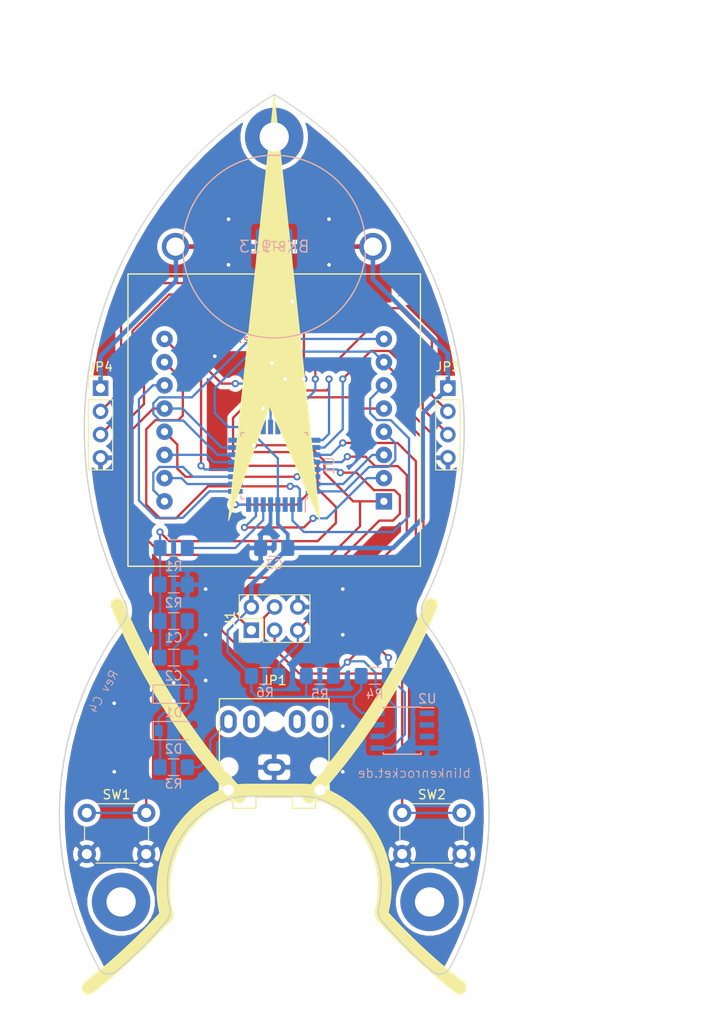
<source format=kicad_pcb>
(kicad_pcb (version 20171130) (host pcbnew 5.1.0)
  (layers (0 F.Cu signal) (31 B.Cu signal) (34 B.Paste user) (35 F.Paste user) (36 B.SilkS user) (37 F.SilkS user) (38 B.Mask user) (39 F.Mask user) (44 Edge.Cuts user))
  (net 0 "")
  (net 1 GND)
  (net 2 "Net-(C1-Pad2)")
  (net 3 VCC)
  (net 4 /AVR_AUDIO_IN)
  (net 5 /RESET)
  (net 6 /MOSI)
  (net 7 /MISO)
  (net 8 /TRIG2)
  (net 9 /E2)
  (net 10 /E1)
  (net 11 /E4)
  (net 12 /E3)
  (net 13 "Net-(JP1-Pad3)")
  (net 14 /B1)
  (net 15 /B2)
  (net 16 /R6)
  (net 17 /R1)
  (net 18 /R3)
  (net 19 /C4)
  (net 20 /C6)
  (net 21 /C5)
  (net 22 /R8)
  (net 23 /C1)
  (net 24 /C3)
  (net 25 /R2)
  (net 26 /C2)
  (net 27 /C7)
  (net 28 /R7)
  (net 29 /C8)
  (net 30 /SCL)
  (net 31 /SDA)
  (module Capacitor_SMD:C_1206_3216Metric_Pad1.42x1.75mm_HandSolder (layer B.Cu) (at 125 103)
    (fp_text reference C3 (at 0 1.82) (layer B.SilkS) (effects (justify mirror)))
    (fp_text value "470 nF")
    (pad 2 smd roundrect (at 1.4875 0) (size 1.425 1.75) (layers B.Cu B.Paste B.Mask) (roundrect_rratio 0.175439) (net 3 VCC))
    (pad 1 smd roundrect (at -1.4875 0) (size 1.425 1.75) (layers B.Cu B.Paste B.Mask) (roundrect_rratio 0.175439) (net 1 GND))
  )
  (module Resistor_SMD:R_1206_3216Metric_Pad1.42x1.75mm_HandSolder (layer B.Cu) (at 124 117)
    (fp_text reference R6 (at 0 1.82) (layer B.SilkS) (effects (justify mirror)))
    (fp_text value 10k)
    (pad 2 smd roundrect (at 1.4875 0) (size 1.425 1.75) (layers B.Cu B.Paste B.Mask) (roundrect_rratio 0.175439) (net 5 /RESET))
    (pad 1 smd roundrect (at -1.4875 0) (size 1.425 1.75) (layers B.Cu B.Paste B.Mask) (roundrect_rratio 0.175439) (net 3 VCC))
  )
  (module Resistor_SMD:R_1206_3216Metric_Pad1.42x1.75mm_HandSolder (layer B.Cu) (at 130 117 180)
    (fp_text reference R5 (at 0 -2 180) (layer B.SilkS) (effects (justify mirror)))
    (fp_text value 10k)
    (pad 2 smd roundrect (at 1.4875 0 180) (size 1.425 1.75) (layers B.Cu B.Paste B.Mask) (roundrect_rratio 0.175439) (net 3 VCC))
    (pad 1 smd roundrect (at -1.4875 0 180) (size 1.425 1.75) (layers B.Cu B.Paste B.Mask) (roundrect_rratio 0.175439) (net 30 /SCL))
  )
  (module Resistor_SMD:R_1206_3216Metric_Pad1.42x1.75mm_HandSolder (layer B.Cu) (at 136 117 180)
    (fp_text reference R4 (at 0 -2 180) (layer B.SilkS) (effects (justify mirror)))
    (fp_text value 10k)
    (pad 2 smd roundrect (at 1.4875 0 180) (size 1.425 1.75) (layers B.Cu B.Paste B.Mask) (roundrect_rratio 0.175439) (net 3 VCC))
    (pad 1 smd roundrect (at -1.4875 0 180) (size 1.425 1.75) (layers B.Cu B.Paste B.Mask) (roundrect_rratio 0.175439) (net 31 /SDA))
  )
  (module Resistor_SMD:R_1206_3216Metric_Pad1.42x1.75mm_HandSolder (layer B.Cu) (at 114 127)
    (fp_text reference R3 (at 0 1.82) (layer B.SilkS) (effects (justify mirror)))
    (fp_text value 16)
    (pad 2 smd roundrect (at 1.4875 0) (size 1.425 1.75) (layers B.Cu B.Paste B.Mask) (roundrect_rratio 0.175439) (net 13 "Net-(JP1-Pad3)"))
    (pad 1 smd roundrect (at -1.4875 0) (size 1.425 1.75) (layers B.Cu B.Paste B.Mask) (roundrect_rratio 0.175439) (net 2 "Net-(C1-Pad2)"))
  )
  (module Resistor_SMD:R_1206_3216Metric_Pad1.42x1.75mm_HandSolder (layer B.Cu) (at 114 107 180)
    (fp_text reference R2 (at 0 -2 180) (layer B.SilkS) (effects (justify mirror)))
    (fp_text value 6k2)
    (pad 2 smd roundrect (at 1.4875 0 180) (size 1.425 1.75) (layers B.Cu B.Paste B.Mask) (roundrect_rratio 0.175439) (net 4 /AVR_AUDIO_IN))
    (pad 1 smd roundrect (at -1.4875 0 180) (size 1.425 1.75) (layers B.Cu B.Paste B.Mask) (roundrect_rratio 0.175439) (net 1 GND))
  )
  (module Resistor_SMD:R_1206_3216Metric_Pad1.42x1.75mm_HandSolder (layer B.Cu) (at 114 103)
    (fp_text reference R1 (at 0 2) (layer B.SilkS) (effects (justify mirror)))
    (fp_text value 8k2)
    (pad 2 smd roundrect (at 1.4875 0) (size 1.425 1.75) (layers B.Cu B.Paste B.Mask) (roundrect_rratio 0.175439) (net 8 /TRIG2))
    (pad 1 smd roundrect (at -1.4875 0) (size 1.425 1.75) (layers B.Cu B.Paste B.Mask) (roundrect_rratio 0.175439) (net 4 /AVR_AUDIO_IN))
  )
  (module Capacitor_SMD:C_1206_3216Metric_Pad1.42x1.75mm_HandSolder (layer B.Cu) (at 114 115 180)
    (fp_text reference C2 (at 0 -2 180) (layer B.SilkS) (effects (justify mirror)))
    (fp_text value "470 nF")
    (pad 2 smd roundrect (at 1.4875 0 180) (size 1.425 1.75) (layers B.Cu B.Paste B.Mask) (roundrect_rratio 0.175439) (net 4 /AVR_AUDIO_IN))
    (pad 1 smd roundrect (at -1.4875 0 180) (size 1.425 1.75) (layers B.Cu B.Paste B.Mask) (roundrect_rratio 0.175439) (net 1 GND))
  )
  (module Capacitor_SMD:C_1206_3216Metric_Pad1.42x1.75mm_HandSolder (layer B.Cu) (at 114 111)
    (fp_text reference C1 (at 0 1.82) (layer B.SilkS) (effects (justify mirror)))
    (fp_text value "10 uF")
    (pad 2 smd roundrect (at 1.4875 0) (size 1.425 1.75) (layers B.Cu B.Paste B.Mask) (roundrect_rratio 0.175439) (net 2 "Net-(C1-Pad2)"))
    (pad 1 smd roundrect (at -1.4875 0) (size 1.425 1.75) (layers B.Cu B.Paste B.Mask) (roundrect_rratio 0.175439) (net 4 /AVR_AUDIO_IN))
  )
  (module Package_SO:SOIC-8_3.9x4.9mm_P1.27mm (layer B.Cu) (at 139 123 180)
    (fp_text reference U2 (at -2.75 3.5 180) (layer B.SilkS) (effects (justify mirror)))
    (fp_text value 24CW640-I_SN)
    (pad 8 smd rect (at 2.7 1.905 180) (size 1.55 0.6) (layers B.Cu B.Paste B.Mask) (net 3 VCC))
    (pad 7 smd rect (at 2.7 0.635 180) (size 1.55 0.6) (layers B.Cu B.Paste B.Mask))
    (pad 6 smd rect (at 2.7 -0.635 180) (size 1.55 0.6) (layers B.Cu B.Paste B.Mask) (net 30 /SCL))
    (pad 5 smd rect (at 2.7 -1.905 180) (size 1.55 0.6) (layers B.Cu B.Paste B.Mask) (net 31 /SDA))
    (pad 4 smd rect (at -2.7 -1.905 180) (size 1.55 0.6) (layers B.Cu B.Paste B.Mask) (net 1 GND))
    (pad 3 smd rect (at -2.7 -0.635 180) (size 1.55 0.6) (layers B.Cu B.Paste B.Mask))
    (pad 2 smd rect (at -2.7 0.635 180) (size 1.55 0.6) (layers B.Cu B.Paste B.Mask))
    (pad 1 smd rect (at -2.7 1.905 180) (size 1.55 0.6) (layers B.Cu B.Paste B.Mask))
  )
  (module MountingHole:MountingHole_3.2mm_M3_Pad (layer F.Cu) (at 142 141.75)
    (fp_text reference H3 hide)
    (fp_text value MountingHole)
    (pad 1 thru_hole circle (at 0 0) (size 6.4 6.4) (drill 3.2) (layers *.Cu *.Mask))
  )
  (module MountingHole:MountingHole_3.2mm_M3_Pad (layer F.Cu) (at 108.25 141.75)
    (fp_text reference H2 hide)
    (fp_text value MountingHole)
    (pad 1 thru_hole circle (at 0 0) (size 6.4 6.4) (drill 3.2) (layers *.Cu *.Mask))
  )
  (module footprints:LED_KWM-30881XVB_8x8_3mm_3.2x3.2mm (layer F.Cu) (at 125 89 180)
    (fp_text reference LED1 (at 0 9.5 180) (layer F.SilkS))
    (fp_text value LED_Matrix_8x8 hide)
    (pad 9 thru_hole circle (at 12 8.89 180) (size 1.8 1.8) (drill 0.8) (layers *.Cu *.Mask) (net 17 /R1))
    (pad 8 thru_hole circle (at -12 8.89 180) (size 1.8 1.8) (drill 0.8) (layers *.Cu *.Mask) (net 18 /R3))
    (pad 10 thru_hole circle (at 12 6.35 180) (size 1.8 1.8) (drill 0.8) (layers *.Cu *.Mask) (net 19 /C4))
    (pad 7 thru_hole circle (at -12 6.35 180) (size 1.8 1.8) (drill 0.8) (layers *.Cu *.Mask) (net 16 /R6))
    (pad 11 thru_hole circle (at 12 3.81 180) (size 1.8 1.8) (drill 0.8) (layers *.Cu *.Mask) (net 20 /C6))
    (pad 6 thru_hole circle (at -12 3.81 180) (size 1.8 1.8) (drill 0.8) (layers *.Cu *.Mask) (net 21 /C5))
    (pad 12 thru_hole circle (at 12 1.27 180) (size 1.8 1.8) (drill 0.8) (layers *.Cu *.Mask) (net 6 /MOSI))
    (pad 5 thru_hole circle (at -12 1.27 180) (size 1.8 1.8) (drill 0.8) (layers *.Cu *.Mask) (net 22 /R8))
    (pad 13 thru_hole circle (at 12 -1.27 180) (size 1.8 1.8) (drill 0.8) (layers *.Cu *.Mask) (net 23 /C1))
    (pad 4 thru_hole circle (at -12 -1.27 180) (size 1.8 1.8) (drill 0.8) (layers *.Cu *.Mask) (net 24 /C3))
    (pad 14 thru_hole circle (at 12 -3.81 180) (size 1.8 1.8) (drill 0.8) (layers *.Cu *.Mask) (net 25 /R2))
    (pad 3 thru_hole circle (at -12 -3.81 180) (size 1.8 1.8) (drill 0.8) (layers *.Cu *.Mask) (net 26 /C2))
    (pad 15 thru_hole circle (at 12 -6.35 180) (size 1.8 1.8) (drill 0.8) (layers *.Cu *.Mask) (net 27 /C7))
    (pad 2 thru_hole circle (at -12 -6.35 180) (size 1.8 1.8) (drill 0.8) (layers *.Cu *.Mask) (net 28 /R7))
    (pad 16 thru_hole circle (at 12 -8.89 180) (size 1.8 1.8) (drill 0.8) (layers *.Cu *.Mask) (net 29 /C8))
    (pad 1 thru_hole rect (at -12 -8.89 180) (size 1.8 1.8) (drill 0.8) (layers *.Cu *.Mask) (net 7 /MISO))
  )
  (module MountingHole:MountingHole_3.2mm_M3_Pad (layer F.Cu) (at 125 58)
    (fp_text reference H1 hide)
    (fp_text value MountingHole)
    (pad 1 thru_hole circle (at 0 0) (size 6.4 6.4) (drill 3.2) (layers *.Cu *.Mask))
  )
  (module Button_Switch_THT:SW_PUSH_6mm_H5mm (layer F.Cu) (at 139 132)
    (fp_text reference SW2 (at 3.25 -2) (layer F.SilkS))
    (fp_text value SW_SPST)
    (pad 1 thru_hole circle (at 6.5 0 90) (size 2 2) (drill 1.1) (layers *.Cu *.Mask) (net 15 /B2))
    (pad 2 thru_hole circle (at 6.5 4.5 90) (size 2 2) (drill 1.1) (layers *.Cu *.Mask) (net 1 GND))
    (pad 1 thru_hole circle (at 0 0 90) (size 2 2) (drill 1.1) (layers *.Cu *.Mask) (net 15 /B2))
    (pad 2 thru_hole circle (at 0 4.5 90) (size 2 2) (drill 1.1) (layers *.Cu *.Mask) (net 1 GND))
  )
  (module Button_Switch_THT:SW_PUSH_6mm_H5mm (layer F.Cu) (at 104.5 132)
    (fp_text reference SW1 (at 3.25 -2) (layer F.SilkS))
    (fp_text value SW_SPST)
    (pad 1 thru_hole circle (at 6.5 0 90) (size 2 2) (drill 1.1) (layers *.Cu *.Mask) (net 14 /B1))
    (pad 2 thru_hole circle (at 6.5 4.5 90) (size 2 2) (drill 1.1) (layers *.Cu *.Mask) (net 1 GND))
    (pad 1 thru_hole circle (at 0 0 90) (size 2 2) (drill 1.1) (layers *.Cu *.Mask) (net 14 /B1))
    (pad 2 thru_hole circle (at 0 4.5 90) (size 2 2) (drill 1.1) (layers *.Cu *.Mask) (net 1 GND))
  )
  (module footprints:Jack_3.5mm_CUI_SJ1-3523N_Horizontal (layer F.Cu) (at 125 127 180)
    (fp_text reference JP1 (at 0 9.5 180) (layer F.SilkS))
    (fp_text value SJ1-3523N hide)
    (pad "" np_thru_hole circle (at 5 -2.5 180) (size 1.2 1.2) (drill 1.2) (layers *.Cu *.Mask))
    (pad "" np_thru_hole circle (at -5 -2.5 180) (size 1.2 1.2) (drill 1.2) (layers *.Cu *.Mask))
    (pad "" np_thru_hole circle (at 5 0 180) (size 1.2 1.2) (drill 1.2) (layers *.Cu *.Mask))
    (pad "" np_thru_hole circle (at -5 0 180) (size 1.2 1.2) (drill 1.2) (layers *.Cu *.Mask))
    (pad "" np_thru_hole circle (at 0 5 180) (size 1.2 1.2) (drill 1.2) (layers *.Cu *.Mask))
    (pad 11 thru_hole roundrect (at 2.5 5 180) (size 1.8 2.5) (drill oval 0.8 1.5) (layers *.Cu *.Mask) (roundrect_rratio 0.5))
    (pad 10 thru_hole roundrect (at -2.5 5 180) (size 1.8 2.5) (drill oval 0.8 1.5) (layers *.Cu *.Mask) (roundrect_rratio 0.5))
    (pad 3 thru_hole roundrect (at 5 5 180) (size 1.8 2.5) (drill oval 0.9 1.5) (layers *.Cu *.Mask) (roundrect_rratio 0.5) (net 13 "Net-(JP1-Pad3)"))
    (pad 2 thru_hole roundrect (at -5 5 180) (size 1.8 2.5) (drill oval 0.8 1.5) (layers *.Cu *.Mask) (roundrect_rratio 0.5))
    (pad 1 thru_hole roundrect (at 0 0 180) (size 2.5 1.8) (drill oval 1.5 0.8) (layers *.Cu *.Mask) (roundrect_rratio 0.5) (net 1 GND))
  )
  (module Connector_PinHeader_2.54mm:PinHeader_1x04_P2.54mm_Vertical (layer F.Cu) (at 106 85.5)
    (fp_text reference JP4 (at 0 -2.33) (layer F.SilkS))
    (fp_text value Conn_01x04)
    (pad 4 thru_hole oval (at 0 7.62) (size 1.7 1.7) (drill 1) (layers *.Cu *.Mask) (net 1 GND))
    (pad 3 thru_hole oval (at 0 5.08) (size 1.7 1.7) (drill 1) (layers *.Cu *.Mask) (net 11 /E4))
    (pad 2 thru_hole oval (at 0 2.54) (size 1.7 1.7) (drill 1) (layers *.Cu *.Mask) (net 12 /E3))
    (pad 1 thru_hole rect (at 0 0) (size 1.7 1.7) (drill 1) (layers *.Cu *.Mask) (net 3 VCC))
  )
  (module Connector_PinHeader_2.54mm:PinHeader_1x04_P2.54mm_Vertical (layer F.Cu) (at 144 85.5)
    (fp_text reference JP3 (at 0 -2.33) (layer F.SilkS))
    (fp_text value Conn_01x04)
    (pad 4 thru_hole oval (at 0 7.62) (size 1.7 1.7) (drill 1) (layers *.Cu *.Mask) (net 1 GND))
    (pad 3 thru_hole oval (at 0 5.08) (size 1.7 1.7) (drill 1) (layers *.Cu *.Mask) (net 9 /E2))
    (pad 2 thru_hole oval (at 0 2.54) (size 1.7 1.7) (drill 1) (layers *.Cu *.Mask) (net 10 /E1))
    (pad 1 thru_hole rect (at 0 0) (size 1.7 1.7) (drill 1) (layers *.Cu *.Mask) (net 3 VCC))
  )
  (module Connector_PinHeader_2.54mm:PinHeader_2x03_P2.54mm_Vertical (layer F.Cu) (at 122.5 112 90)
    (fp_text reference J1 (at 1.27 -2.33 90) (layer F.SilkS))
    (fp_text value ISP)
    (pad 6 thru_hole oval (at 2.54 5.08 90) (size 1.7 1.7) (drill 1) (layers *.Cu *.Mask) (net 1 GND))
    (pad 5 thru_hole oval (at 0 5.08 90) (size 1.7 1.7) (drill 1) (layers *.Cu *.Mask) (net 5 /RESET))
    (pad 4 thru_hole oval (at 2.54 2.54 90) (size 1.7 1.7) (drill 1) (layers *.Cu *.Mask) (net 6 /MOSI))
    (pad 3 thru_hole oval (at 0 2.54 90) (size 1.7 1.7) (drill 1) (layers *.Cu *.Mask) (net 16 /R6))
    (pad 2 thru_hole oval (at 2.54 0 90) (size 1.7 1.7) (drill 1) (layers *.Cu *.Mask) (net 3 VCC))
    (pad 1 thru_hole rect (at 0 0 90) (size 1.7 1.7) (drill 1) (layers *.Cu *.Mask) (net 7 /MISO))
  )
  (module Diode_SMD:D_SOD-123 (layer B.Cu) (at 114 123)
    (fp_text reference D2 (at 0 2) (layer B.SilkS) (effects (justify mirror)))
    (fp_text value 1N4148)
    (pad 2 smd rect (at 1.65 0) (size 0.9 1.2) (layers B.Cu B.Paste B.Mask) (net 1 GND))
    (pad 1 smd rect (at -1.65 0) (size 0.9 1.2) (layers B.Cu B.Paste B.Mask) (net 2 "Net-(C1-Pad2)"))
  )
  (module Diode_SMD:D_SOD-123 (layer B.Cu) (at 114 119)
    (fp_text reference D1 (at 0 2) (layer B.SilkS) (effects (justify mirror)))
    (fp_text value 1N4148)
    (pad 2 smd rect (at 1.65 0) (size 0.9 1.2) (layers B.Cu B.Paste B.Mask) (net 2 "Net-(C1-Pad2)"))
    (pad 1 smd rect (at -1.65 0) (size 0.9 1.2) (layers B.Cu B.Paste B.Mask) (net 1 GND))
  )
  (module footprints:BAT_BK-913_footprint (layer B.Cu) (at 125 70 180)
    (fp_text reference BT1 (at 0 0 180) (layer B.SilkS) (effects (justify mirror)))
    (fp_text value BK-913 (at 0 0 180) (layer B.SilkS) (effects (font (size 1.27 1.27)) (justify mirror)))
    (pad 2 smd roundrect (at 0 0 180) (size 4 4) (layers B.Cu B.Mask) (roundrect_rratio 0.1) (net 1 GND))
    (pad 1 thru_hole circle (at 10.8 0 180) (size 3 3) (drill 2) (layers *.Cu *.Mask) (net 3 VCC))
    (pad 1 thru_hole circle (at -10.8 0 180) (size 3 3) (drill 2) (layers *.Cu *.Mask) (net 3 VCC))
  )
  (module Package_QFP:TQFP-32_7x7mm_P0.8mm (layer B.Cu) (at 125 94 90)
    (fp_text reference U1 (at 0 6.05 90) (layer B.SilkS) (effects (justify mirror)))
    (fp_text value ATtiny88-AU)
    (pad 32 smd rect (at -2.8 4.25) (size 1.6 0.55) (layers B.Cu B.Paste B.Mask) (net 24 /C3))
    (pad 31 smd rect (at -2 4.25) (size 1.6 0.55) (layers B.Cu B.Paste B.Mask) (net 26 /C2))
    (pad 30 smd rect (at -1.2 4.25) (size 1.6 0.55) (layers B.Cu B.Paste B.Mask) (net 23 /C1))
    (pad 29 smd rect (at -0.4 4.25) (size 1.6 0.55) (layers B.Cu B.Paste B.Mask) (net 5 /RESET))
    (pad 28 smd rect (at 0.4 4.25) (size 1.6 0.55) (layers B.Cu B.Paste B.Mask) (net 30 /SCL))
    (pad 27 smd rect (at 1.2 4.25) (size 1.6 0.55) (layers B.Cu B.Paste B.Mask) (net 31 /SDA))
    (pad 26 smd rect (at 2 4.25) (size 1.6 0.55) (layers B.Cu B.Paste B.Mask) (net 15 /B2))
    (pad 25 smd rect (at 2.8 4.25) (size 1.6 0.55) (layers B.Cu B.Paste B.Mask) (net 12 /E3))
    (pad 24 smd rect (at 4.25 2.8 90) (size 1.6 0.55) (layers B.Cu B.Paste B.Mask) (net 9 /E2))
    (pad 23 smd rect (at 4.25 2 90) (size 1.6 0.55) (layers B.Cu B.Paste B.Mask) (net 10 /E1))
    (pad 22 smd rect (at 4.25 1.2 90) (size 1.6 0.55) (layers B.Cu B.Paste B.Mask) (net 11 /E4))
    (pad 21 smd rect (at 4.25 0.4 90) (size 1.6 0.55) (layers B.Cu B.Paste B.Mask) (net 1 GND))
    (pad 20 smd rect (at 4.25 -0.4 90) (size 1.6 0.55) (layers B.Cu B.Paste B.Mask) (net 14 /B1))
    (pad 19 smd rect (at 4.25 -1.2 90) (size 1.6 0.55) (layers B.Cu B.Paste B.Mask) (net 4 /AVR_AUDIO_IN))
    (pad 18 smd rect (at 4.25 -2 90) (size 1.6 0.55) (layers B.Cu B.Paste B.Mask) (net 3 VCC))
    (pad 17 smd rect (at 4.25 -2.8 90) (size 1.6 0.55) (layers B.Cu B.Paste B.Mask) (net 16 /R6))
    (pad 16 smd rect (at 2.8 -4.25) (size 1.6 0.55) (layers B.Cu B.Paste B.Mask) (net 7 /MISO))
    (pad 15 smd rect (at 2 -4.25) (size 1.6 0.55) (layers B.Cu B.Paste B.Mask) (net 6 /MOSI))
    (pad 14 smd rect (at 1.2 -4.25) (size 1.6 0.55) (layers B.Cu B.Paste B.Mask) (net 18 /R3))
    (pad 13 smd rect (at 0.4 -4.25) (size 1.6 0.55) (layers B.Cu B.Paste B.Mask) (net 25 /R2))
    (pad 12 smd rect (at -0.4 -4.25) (size 1.6 0.55) (layers B.Cu B.Paste B.Mask) (net 17 /R1))
    (pad 11 smd rect (at -1.2 -4.25) (size 1.6 0.55) (layers B.Cu B.Paste B.Mask) (net 29 /C8))
    (pad 10 smd rect (at -2 -4.25) (size 1.6 0.55) (layers B.Cu B.Paste B.Mask) (net 27 /C7))
    (pad 9 smd rect (at -2.8 -4.25) (size 1.6 0.55) (layers B.Cu B.Paste B.Mask) (net 20 /C6))
    (pad 8 smd rect (at -4.25 -2.8 90) (size 1.6 0.55) (layers B.Cu B.Paste B.Mask) (net 22 /R8))
    (pad 7 smd rect (at -4.25 -2 90) (size 1.6 0.55) (layers B.Cu B.Paste B.Mask) (net 28 /R7))
    (pad 6 smd rect (at -4.25 -1.2 90) (size 1.6 0.55) (layers B.Cu B.Paste B.Mask) (net 8 /TRIG2))
    (pad 5 smd rect (at -4.25 -0.4 90) (size 1.6 0.55) (layers B.Cu B.Paste B.Mask) (net 1 GND))
    (pad 4 smd rect (at -4.25 0.4 90) (size 1.6 0.55) (layers B.Cu B.Paste B.Mask) (net 3 VCC))
    (pad 3 smd rect (at -4.25 1.2 90) (size 1.6 0.55) (layers B.Cu B.Paste B.Mask))
    (pad 2 smd rect (at -4.25 2 90) (size 1.6 0.55) (layers B.Cu B.Paste B.Mask) (net 21 /C5))
    (pad 1 smd rect (at -4.25 2.8 90) (size 1.6 0.55) (layers B.Cu B.Paste B.Mask) (net 19 /C4))
  )
  (gr_text blinkenrocket.de (at 146.5936 127.649715) (layer B.SilkS) (effects (font (size 1.01346 1.01346) (thickness 0.10668)) (justify left mirror)))
  (gr_text "Rev C4" (at 105 121 60) (layer B.SilkS) (effects (font (size 0.9652 0.9652) (thickness 0.1016)) (justify right mirror)))
  (gr_text RZL (at 138.3386 75.579715) (layer F.Cu) (effects (font (size 0.9652 0.9652) (thickness 0.08128)) (justify left bottom)))
  (gr_text metalab (at 130.0836 78.119715) (layer F.Cu) (effects (font (size 0.9652 0.9652) (thickness 0.08128)) (justify left bottom)))
  (gr_text shackspace (at 117.3836 80.659715) (layer F.Cu) (effects (font (size 0.9652 0.9652) (thickness 0.08128)) (justify left bottom)))
  (gr_text chaosdorf (at 116.1136 78.754715) (layer F.Cu) (effects (font (size 0.9652 0.9652) (thickness 0.08128)) (justify left bottom)))
  (gr_text muzy (at 114.8436 76.849715) (layer F.Cu) (effects (font (size 0.9652 0.9652) (thickness 0.08128)) (justify left bottom)))
  (gr_text overflo (at 130.0836 76.214715) (layer F.Cu) (effects (font (size 0.9652 0.9652) (thickness 0.08128)) (justify left bottom)))
  (gr_poly (pts (xy 125 53.5) (xy 120 100) (xy 124.5 87.5) (xy 130 100)) (layer F.SilkS) (width 0.1))
  (gr_arc (start 76.060245 81.898944) (end 128.8136 130.189715) (angle -20) (layer F.SilkS) (width 1.5))
  (gr_arc (start 173.946955 81.898944) (end 121.1936 130.189715) (angle 20) (layer F.SilkS) (width 1.5))
  (gr_arc (start 186.506424 98.248531) (end 137.0686 143.524715) (angle -9.6) (layer F.SilkS) (width 1.5))
  (gr_arc (start 137.459777 142.932252) (end 136.7511 142.889715) (angle -60) (layer F.SilkS) (width 1.5))
  (gr_arc (start 63.500776 98.248531) (end 112.9386 143.524715) (angle 9.6) (layer F.SilkS) (width 1.5))
  (gr_arc (start 112.822387 143.091002) (end 113.2561 143.207215) (angle 60) (layer F.SilkS) (width 1.5))
  (gr_arc (start 126.167215 140.134342) (end 130.7186 130.189715) (angle 80) (layer F.SilkS) (width 1.5))
  (gr_arc (start 128.016451 135.600815) (end 130.7186 130.189715) (angle -25) (layer F.SilkS) (width 1.5))
  (gr_line (start 121.8286 129.554715) (end 128.1786 129.554715) (layer F.SilkS) (width 1.5))
  (gr_arc (start 121.99075 135.600815) (end 119.2886 130.189715) (angle 25) (layer F.SilkS) (width 1.5))
  (gr_arc (start 124.029177 140.293092) (end 119.2886 130.189715) (angle -80) (layer F.SilkS) (width 1.5))
  (gr_arc (start 106.679853 109.869715) (end 108.4936 111.139715) (angle -70) (layer Edge.Cuts) (width 0.15))
  (gr_arc (start 136.558028 132.145344) (end 105.9536 149.239715) (angle 66) (layer Edge.Cuts) (width 0.15))
  (gr_arc (start 123.241972 139.945151) (end 119.2886 130.824715) (angle -80) (layer Edge.Cuts) (width 0.15))
  (gr_line (start 121.8286 130.189715) (end 128.1786 130.189715) (layer Edge.Cuts) (width 0.15))
  (gr_arc (start 128.016451 136.235815) (end 130.7186 130.824715) (angle -25) (layer Edge.Cuts) (width 0.15))
  (gr_arc (start 103.113931 89.985967) (end 141.5136 108.599715) (angle -85) (layer Edge.Cuts) (width 0.15))
  (gr_arc (start 143.327348 109.869715) (end 141.5136 111.139715) (angle 70) (layer Edge.Cuts) (width 0.15))
  (gr_arc (start 113.449173 132.145344) (end 144.0536 149.239715) (angle -66) (layer Edge.Cuts) (width 0.15))
  (gr_arc (start 143.1011 148.316809) (end 142.1486 149.239715) (angle -91.808095) (layer Edge.Cuts) (width 0.15))
  (gr_arc (start 169.815482 116.492833) (end 137.0686 144.159715) (angle -9.613023) (layer Edge.Cuts) (width 0.15))
  (gr_arc (start 138.400879 142.657289) (end 136.4336 142.254715) (angle -60) (layer Edge.Cuts) (width 0.15))
  (gr_arc (start 126.765229 139.945151) (end 130.7186 130.824715) (angle 80) (layer Edge.Cuts) (width 0.15))
  (gr_arc (start 121.99075 136.235815) (end 119.2886 130.824715) (angle 25) (layer Edge.Cuts) (width 0.15))
  (gr_arc (start 146.89327 89.985967) (end 108.4936 108.599715) (angle 85) (layer Edge.Cuts) (width 0.15))
  (gr_arc (start 106.9061 148.316809) (end 107.8586 149.239715) (angle 91.808095) (layer Edge.Cuts) (width 0.15))
  (gr_arc (start 111.606322 142.657289) (end 113.5736 142.254715) (angle 60) (layer Edge.Cuts) (width 0.15))
  (gr_arc (start 80.191718 116.492833) (end 112.9386 144.159715) (angle 9.613023) (layer Edge.Cuts) (width 0.15))
  (segment (start 124.6 99.45) (end 124.6 98.25) (width 0.4) (layer B.Cu) (net 1))
  (segment (start 123.5125 103) (end 123.5125 101.4875) (width 0.4) (layer B.Cu) (net 1))
  (segment (start 124.6 100.4) (end 124.6 99.45) (width 0.4) (layer B.Cu) (net 1))
  (segment (start 123.5125 101.4875) (end 124.6 100.4) (width 0.4) (layer B.Cu) (net 1))
  (via (at 117.5 107.5) (size 0.8) (drill 0.4) (layers F.Cu B.Cu) (net 1))
  (via (at 117.5 112.5) (size 0.8) (drill 0.4) (layers F.Cu B.Cu) (net 1))
  (via (at 117.5 117.5) (size 0.8) (drill 0.4) (layers F.Cu B.Cu) (net 1))
  (via (at 132.5 112.5) (size 0.8) (drill 0.4) (layers F.Cu B.Cu) (net 1))
  (via (at 132.5 107.5) (size 0.8) (drill 0.4) (layers F.Cu B.Cu) (net 1))
  (via (at 132.5 122.5) (size 0.8) (drill 0.4) (layers F.Cu B.Cu) (net 1))
  (via (at 132.5 127.5) (size 0.8) (drill 0.4) (layers F.Cu B.Cu) (net 1))
  (via (at 107.5 127.5) (size 0.8) (drill 0.4) (layers F.Cu B.Cu) (net 1))
  (via (at 107.5 120) (size 0.8) (drill 0.4) (layers F.Cu B.Cu) (net 1))
  (via (at 131 72) (size 0.8) (drill 0.4) (layers F.Cu B.Cu) (net 1))
  (via (at 131 67) (size 0.8) (drill 0.4) (layers F.Cu B.Cu) (net 1))
  (via (at 120 67) (size 0.8) (drill 0.4) (layers F.Cu B.Cu) (net 1))
  (via (at 120 72) (size 0.8) (drill 0.4) (layers F.Cu B.Cu) (net 1))
  (via (at 127 76) (size 0.8) (drill 0.4) (layers F.Cu B.Cu) (net 1))
  (via (at 124.75 82.75) (size 0.8) (drill 0.4) (layers F.Cu B.Cu) (net 1))
  (via (at 118.5 82) (size 0.8) (drill 0.4) (layers F.Cu B.Cu) (net 1))
  (segment (start 125.4 89.75) (end 125.4 85.9) (width 0.25) (layer B.Cu) (net 1))
  (segment (start 124.75 85.25) (end 124.75 82.75) (width 0.25) (layer B.Cu) (net 1))
  (segment (start 125.4 85.9) (end 124.75 85.25) (width 0.25) (layer B.Cu) (net 1))
  (via (at 114 117.75) (size 0.8) (drill 0.4) (layers F.Cu B.Cu) (net 1))
  (via (at 114 119.75) (size 0.8) (drill 0.4) (layers F.Cu B.Cu) (net 1))
  (segment (start 112.5125 123.1625) (end 112.35 123) (width 0.25) (layer B.Cu) (net 2))
  (segment (start 112.5125 127) (end 112.5125 123.1625) (width 0.25) (layer B.Cu) (net 2))
  (segment (start 113 121) (end 115 121) (width 0.25) (layer B.Cu) (net 2))
  (segment (start 112.35 123) (end 112.35 121.65) (width 0.25) (layer B.Cu) (net 2))
  (segment (start 115.65 120.35) (end 115.65 119) (width 0.25) (layer B.Cu) (net 2))
  (segment (start 115 121) (end 115.65 120.35) (width 0.25) (layer B.Cu) (net 2))
  (segment (start 112.35 121.65) (end 113 121) (width 0.25) (layer B.Cu) (net 2))
  (segment (start 114 114) (end 115.4875 112.5125) (width 0.25) (layer B.Cu) (net 2))
  (segment (start 114 116) (end 114 114) (width 0.25) (layer B.Cu) (net 2))
  (segment (start 115.65 119) (end 115.65 117.65) (width 0.25) (layer B.Cu) (net 2))
  (segment (start 115.4875 112.5125) (end 115.4875 111) (width 0.25) (layer B.Cu) (net 2))
  (segment (start 115.65 117.65) (end 114 116) (width 0.25) (layer B.Cu) (net 2))
  (segment (start 126.4875 103) (end 126.4875 101.4875) (width 0.4) (layer B.Cu) (net 3))
  (segment (start 125.4 99.45) (end 125.4 98.25) (width 0.4) (layer B.Cu) (net 3))
  (segment (start 125.4 100.4) (end 125.4 99.45) (width 0.4) (layer B.Cu) (net 3))
  (segment (start 126.4875 101.4875) (end 125.4 100.4) (width 0.4) (layer B.Cu) (net 3))
  (segment (start 135.8 70) (end 135.8 73.55) (width 0.5) (layer B.Cu) (net 3))
  (segment (start 144 81.75) (end 144 85.5) (width 0.5) (layer B.Cu) (net 3))
  (segment (start 135.8 73.55) (end 144 81.75) (width 0.5) (layer B.Cu) (net 3))
  (segment (start 106 84.15) (end 106 85.5) (width 0.5) (layer B.Cu) (net 3))
  (segment (start 106 82) (end 106 84.15) (width 0.5) (layer B.Cu) (net 3))
  (segment (start 114.2 70) (end 114.25 70.05) (width 0.5) (layer B.Cu) (net 3))
  (segment (start 114.25 73.75) (end 106 82) (width 0.5) (layer B.Cu) (net 3))
  (segment (start 114.25 70.05) (end 114.25 73.75) (width 0.5) (layer B.Cu) (net 3))
  (segment (start 122.5 106.9875) (end 126.4875 103) (width 0.5) (layer B.Cu) (net 3))
  (segment (start 122.5 109.46) (end 122.5 106.9875) (width 0.5) (layer B.Cu) (net 3))
  (segment (start 122.5125 117) (end 119.9 114.3875) (width 0.25) (layer B.Cu) (net 3))
  (segment (start 119.9 112.06) (end 122.5 109.46) (width 0.25) (layer B.Cu) (net 3))
  (segment (start 119.9 114.3875) (end 119.9 112.06) (width 0.25) (layer B.Cu) (net 3))
  (segment (start 122.5125 117.975) (end 122.5 117.9875) (width 0.25) (layer B.Cu) (net 3))
  (segment (start 122.5125 117) (end 122.5125 117.975) (width 0.25) (layer B.Cu) (net 3))
  (segment (start 122.5 117.9875) (end 122.5 118.7) (width 0.25) (layer B.Cu) (net 3))
  (segment (start 122.5 118.7) (end 123.1 119.3) (width 0.25) (layer B.Cu) (net 3))
  (segment (start 134.5125 118.4875) (end 134.5125 117) (width 0.25) (layer B.Cu) (net 3))
  (segment (start 133.7 119.3) (end 134.5125 118.4875) (width 0.25) (layer B.Cu) (net 3))
  (segment (start 136.3 121.095) (end 134.595 121.095) (width 0.25) (layer B.Cu) (net 3))
  (segment (start 133.7 120.2) (end 133.7 119.3) (width 0.25) (layer B.Cu) (net 3))
  (segment (start 134.595 121.095) (end 133.7 120.2) (width 0.25) (layer B.Cu) (net 3))
  (segment (start 128.5 117.9875) (end 128.5 119.3) (width 0.25) (layer B.Cu) (net 3))
  (segment (start 128.5125 117.975) (end 128.5 117.9875) (width 0.25) (layer B.Cu) (net 3))
  (segment (start 128.5125 117) (end 128.5125 117.975) (width 0.25) (layer B.Cu) (net 3))
  (segment (start 123.1 119.3) (end 128.5 119.3) (width 0.25) (layer B.Cu) (net 3))
  (segment (start 128.5 119.3) (end 133.7 119.3) (width 0.25) (layer B.Cu) (net 3))
  (segment (start 125.4 97.2) (end 125.4 98.25) (width 0.25) (layer B.Cu) (net 3))
  (segment (start 125.4 93.2) (end 125.4 97.2) (width 0.25) (layer B.Cu) (net 3))
  (segment (start 123 90.8) (end 125.4 93.2) (width 0.25) (layer B.Cu) (net 3))
  (segment (start 123 89.75) (end 123 90.8) (width 0.25) (layer B.Cu) (net 3))
  (segment (start 141.25 99.75) (end 141.25 88.25) (width 0.5) (layer B.Cu) (net 3))
  (segment (start 141.25 88.25) (end 144 85.5) (width 0.5) (layer B.Cu) (net 3))
  (segment (start 126.4875 103) (end 138 103) (width 0.5) (layer B.Cu) (net 3))
  (segment (start 138 103) (end 141.25 99.75) (width 0.5) (layer B.Cu) (net 3))
  (segment (start 114.2 70) (end 135.8 70) (width 0.5) (layer F.Cu) (net 3))
  (segment (start 112.5125 114.025) (end 112.5125 111) (width 0.25) (layer B.Cu) (net 4))
  (segment (start 112.5125 115) (end 112.5125 114.025) (width 0.25) (layer B.Cu) (net 4))
  (segment (start 112.5125 110.025) (end 112.5125 107) (width 0.25) (layer B.Cu) (net 4))
  (segment (start 112.5125 111) (end 112.5125 110.025) (width 0.25) (layer B.Cu) (net 4))
  (segment (start 112.5125 107) (end 112.5125 103) (width 0.25) (layer B.Cu) (net 4))
  (via (at 112.5 101.25) (size 0.8) (drill 0.4) (layers F.Cu B.Cu) (net 4))
  (segment (start 112.5125 103) (end 112.5125 101.2625) (width 0.25) (layer B.Cu) (net 4))
  (segment (start 112.5125 101.2625) (end 112.5 101.25) (width 0.25) (layer B.Cu) (net 4))
  (via (at 123.8 87.699996) (size 0.8) (drill 0.4) (layers F.Cu B.Cu) (net 4))
  (segment (start 123.8 89.75) (end 123.8 87.699996) (width 0.25) (layer B.Cu) (net 4))
  (segment (start 122.25 92.5) (end 121.75 92) (width 0.25) (layer F.Cu) (net 4))
  (segment (start 128.5 92.5) (end 122.25 92.5) (width 0.25) (layer F.Cu) (net 4))
  (segment (start 129.75 93.75) (end 128.5 92.5) (width 0.25) (layer F.Cu) (net 4))
  (segment (start 121.75 89.749996) (end 123.8 87.699996) (width 0.25) (layer F.Cu) (net 4))
  (segment (start 129.75 96.5) (end 129.75 93.75) (width 0.25) (layer F.Cu) (net 4))
  (segment (start 121.75 92) (end 121.75 89.749996) (width 0.25) (layer F.Cu) (net 4))
  (segment (start 113.5 102.25) (end 129.75 102.25) (width 0.25) (layer F.Cu) (net 4))
  (segment (start 112.5 101.25) (end 113.5 102.25) (width 0.25) (layer F.Cu) (net 4))
  (segment (start 131.75 100.25) (end 131.75 98.5) (width 0.25) (layer F.Cu) (net 4))
  (segment (start 129.75 102.25) (end 131.75 100.25) (width 0.25) (layer F.Cu) (net 4))
  (segment (start 131.75 98.5) (end 129.75 96.5) (width 0.25) (layer F.Cu) (net 4))
  (segment (start 127.58 113.62) (end 127.58 112) (width 0.25) (layer B.Cu) (net 5))
  (segment (start 125.4875 117) (end 125.4875 115.7125) (width 0.25) (layer B.Cu) (net 5))
  (segment (start 125.4875 115.7125) (end 127.58 113.62) (width 0.25) (layer B.Cu) (net 5))
  (via (at 132.25 94.75) (size 0.8) (drill 0.4) (layers F.Cu B.Cu) (net 5))
  (segment (start 129.25 94.4) (end 131.9 94.4) (width 0.25) (layer B.Cu) (net 5))
  (segment (start 131.9 94.4) (end 132.25 94.75) (width 0.25) (layer B.Cu) (net 5))
  (segment (start 129.5 110.08) (end 127.58 112) (width 0.25) (layer F.Cu) (net 5))
  (segment (start 136.5 100) (end 129.5 107) (width 0.25) (layer F.Cu) (net 5))
  (segment (start 138 100) (end 136.5 100) (width 0.25) (layer F.Cu) (net 5))
  (segment (start 134 94.75) (end 135.914999 96.664999) (width 0.25) (layer F.Cu) (net 5))
  (segment (start 132.25 94.75) (end 134 94.75) (width 0.25) (layer F.Cu) (net 5))
  (segment (start 129.5 107) (end 129.5 110.08) (width 0.25) (layer F.Cu) (net 5))
  (segment (start 135.914999 96.664999) (end 138.160001 96.664999) (width 0.25) (layer F.Cu) (net 5))
  (segment (start 138.160001 96.664999) (end 138.75 97.254998) (width 0.25) (layer F.Cu) (net 5))
  (segment (start 138.75 99.25) (end 138 100) (width 0.25) (layer F.Cu) (net 5))
  (segment (start 138.75 97.254998) (end 138.75 99.25) (width 0.25) (layer F.Cu) (net 5))
  (segment (start 114.98 87.73) (end 113 87.73) (width 0.25) (layer B.Cu) (net 6))
  (segment (start 120.75 92) (end 119.25 92) (width 0.25) (layer B.Cu) (net 6))
  (segment (start 119.25 92) (end 114.98 87.73) (width 0.25) (layer B.Cu) (net 6))
  (segment (start 123.864999 110.635001) (end 124.190001 110.309999) (width 0.25) (layer F.Cu) (net 6))
  (segment (start 112.75 103.75) (end 116.75 103.75) (width 0.25) (layer F.Cu) (net 6))
  (segment (start 116.75 103.75) (end 119.25 106.25) (width 0.25) (layer F.Cu) (net 6))
  (segment (start 109.5 100.5) (end 112.75 103.75) (width 0.25) (layer F.Cu) (net 6))
  (segment (start 109.5 90) (end 109.5 100.5) (width 0.25) (layer F.Cu) (net 6))
  (segment (start 124.190001 110.309999) (end 125.04 109.46) (width 0.25) (layer F.Cu) (net 6))
  (segment (start 113 87.73) (end 111.77 87.73) (width 0.25) (layer F.Cu) (net 6))
  (segment (start 111.77 87.73) (end 109.5 90) (width 0.25) (layer F.Cu) (net 6))
  (segment (start 119.25 112) (end 121.25 114) (width 0.25) (layer F.Cu) (net 6))
  (segment (start 119.25 106.25) (end 119.25 112) (width 0.25) (layer F.Cu) (net 6))
  (segment (start 121.25 114) (end 123 114) (width 0.25) (layer F.Cu) (net 6))
  (segment (start 123 114) (end 123.864999 113.135001) (width 0.25) (layer F.Cu) (net 6))
  (segment (start 123.864999 113.135001) (end 123.864999 110.635001) (width 0.25) (layer F.Cu) (net 6))
  (via (at 122.75 91.75) (size 0.8) (drill 0.4) (layers F.Cu B.Cu) (net 7))
  (segment (start 120.75 91.2) (end 122.2 91.2) (width 0.25) (layer B.Cu) (net 7))
  (segment (start 122.2 91.2) (end 122.75 91.75) (width 0.25) (layer B.Cu) (net 7))
  (segment (start 136.99 97.9) (end 137 97.89) (width 0.25) (layer F.Cu) (net 7))
  (segment (start 133.64 97.89) (end 137 97.89) (width 0.25) (layer F.Cu) (net 7))
  (segment (start 130.5 94.75) (end 133.64 97.89) (width 0.25) (layer F.Cu) (net 7))
  (segment (start 130.5 93.5) (end 130.5 94.75) (width 0.25) (layer F.Cu) (net 7))
  (segment (start 122.75 91.75) (end 128.75 91.75) (width 0.25) (layer F.Cu) (net 7))
  (segment (start 128.75 91.75) (end 130.5 93.5) (width 0.25) (layer F.Cu) (net 7))
  (segment (start 134.39 100.61) (end 134.39 97.89) (width 0.25) (layer F.Cu) (net 7))
  (segment (start 120.5 110) (end 120.5 107.75) (width 0.25) (layer F.Cu) (net 7))
  (segment (start 122.5 112) (end 120.5 110) (width 0.25) (layer F.Cu) (net 7))
  (segment (start 120.5 107.75) (end 122 106.25) (width 0.25) (layer F.Cu) (net 7))
  (segment (start 122 106.25) (end 128.75 106.25) (width 0.25) (layer F.Cu) (net 7))
  (segment (start 128.75 106.25) (end 134.39 100.61) (width 0.25) (layer F.Cu) (net 7))
  (segment (start 123.8 99.95) (end 123.8 98.25) (width 0.25) (layer B.Cu) (net 8))
  (segment (start 115.4875 103) (end 120.75 103) (width 0.25) (layer B.Cu) (net 8))
  (segment (start 120.75 103) (end 123.8 99.95) (width 0.25) (layer B.Cu) (net 8))
  (via (at 129.5 84.5) (size 0.8) (drill 0.4) (layers F.Cu B.Cu) (net 9))
  (segment (start 129.5 85.75) (end 129.5 84.5) (width 0.25) (layer B.Cu) (net 9))
  (segment (start 127.8 89.75) (end 127.8 87.45) (width 0.25) (layer B.Cu) (net 9))
  (segment (start 127.8 87.45) (end 129.5 85.75) (width 0.25) (layer B.Cu) (net 9))
  (segment (start 144 90.5) (end 144 90.58) (width 0.25) (layer F.Cu) (net 9))
  (segment (start 139 81.25) (end 141.25 83.5) (width 0.25) (layer F.Cu) (net 9))
  (segment (start 139 79.25) (end 139 81.25) (width 0.25) (layer F.Cu) (net 9))
  (segment (start 138 78.25) (end 139 79.25) (width 0.25) (layer F.Cu) (net 9))
  (segment (start 129.5 84.5) (end 129.5 82.75) (width 0.25) (layer F.Cu) (net 9))
  (segment (start 141.25 87.75) (end 144 90.5) (width 0.25) (layer F.Cu) (net 9))
  (segment (start 130 82.25) (end 132.121139 82.25) (width 0.25) (layer F.Cu) (net 9))
  (segment (start 141.25 83.5) (end 141.25 87.75) (width 0.25) (layer F.Cu) (net 9))
  (segment (start 129.5 82.75) (end 130 82.25) (width 0.25) (layer F.Cu) (net 9))
  (segment (start 132.121139 82.25) (end 136.121139 78.25) (width 0.25) (layer F.Cu) (net 9))
  (segment (start 136.121139 78.25) (end 138 78.25) (width 0.25) (layer F.Cu) (net 9))
  (via (at 128.25 84.5) (size 0.8) (drill 0.4) (layers F.Cu B.Cu) (net 10))
  (segment (start 128.25 85.75) (end 128.25 84.5) (width 0.25) (layer B.Cu) (net 10))
  (segment (start 127 89.75) (end 127 87) (width 0.25) (layer B.Cu) (net 10))
  (segment (start 127 87) (end 128.25 85.75) (width 0.25) (layer B.Cu) (net 10))
  (segment (start 142.25 86.29) (end 144 88.04) (width 0.25) (layer F.Cu) (net 10))
  (segment (start 128.25 78.25) (end 129.757097 76.742903) (width 0.25) (layer F.Cu) (net 10))
  (segment (start 138.742903 76.742903) (end 142.25 80.25) (width 0.25) (layer F.Cu) (net 10))
  (segment (start 129.757097 76.742903) (end 138.742903 76.742903) (width 0.25) (layer F.Cu) (net 10))
  (segment (start 128.25 84.5) (end 128.25 78.25) (width 0.25) (layer F.Cu) (net 10))
  (segment (start 142.25 80.25) (end 142.25 86.29) (width 0.25) (layer F.Cu) (net 10))
  (segment (start 126.2 89.75) (end 126.2 84.5) (width 0.25) (layer B.Cu) (net 11))
  (segment (start 126.2 83.934315) (end 126.2 84.5) (width 0.25) (layer F.Cu) (net 11))
  (via (at 126.2 84.5) (size 0.8) (drill 0.4) (layers F.Cu B.Cu) (net 11))
  (segment (start 106 90.58) (end 109.5 87.08) (width 0.25) (layer F.Cu) (net 11))
  (segment (start 113.5 75.25) (end 121.5 75.25) (width 0.25) (layer F.Cu) (net 11))
  (segment (start 126.2 79.95) (end 126.2 83.934315) (width 0.25) (layer F.Cu) (net 11))
  (segment (start 109.5 79.25) (end 113.5 75.25) (width 0.25) (layer F.Cu) (net 11))
  (segment (start 121.5 75.25) (end 126.2 79.95) (width 0.25) (layer F.Cu) (net 11))
  (segment (start 109.5 87.08) (end 109.5 79.25) (width 0.25) (layer F.Cu) (net 11))
  (via (at 131 84.5) (size 0.8) (drill 0.4) (layers F.Cu B.Cu) (net 12))
  (segment (start 131 90.5) (end 131 84.5) (width 0.25) (layer B.Cu) (net 12))
  (segment (start 129.25 91.2) (end 130.3 91.2) (width 0.25) (layer B.Cu) (net 12))
  (segment (start 130.3 91.2) (end 131 90.5) (width 0.25) (layer B.Cu) (net 12))
  (segment (start 108.25 85.79) (end 106 88.04) (width 0.25) (layer F.Cu) (net 12))
  (segment (start 127.25 79) (end 122.25 74) (width 0.25) (layer F.Cu) (net 12))
  (segment (start 131 84.5) (end 131 85.5) (width 0.25) (layer F.Cu) (net 12))
  (segment (start 108.25 78.5) (end 108.25 85.79) (width 0.25) (layer F.Cu) (net 12))
  (segment (start 122.25 74) (end 112.75 74) (width 0.25) (layer F.Cu) (net 12))
  (segment (start 130.75 85.75) (end 128 85.75) (width 0.25) (layer F.Cu) (net 12))
  (segment (start 128 85.75) (end 127.25 85) (width 0.25) (layer F.Cu) (net 12))
  (segment (start 112.75 74) (end 108.25 78.5) (width 0.25) (layer F.Cu) (net 12))
  (segment (start 131 85.5) (end 130.75 85.75) (width 0.25) (layer F.Cu) (net 12))
  (segment (start 127.25 85) (end 127.25 79) (width 0.25) (layer F.Cu) (net 12))
  (segment (start 115.4875 127) (end 116.75 127) (width 0.25) (layer B.Cu) (net 13))
  (segment (start 116.75 127) (end 118 125.75) (width 0.25) (layer B.Cu) (net 13))
  (segment (start 118 124) (end 120 122) (width 0.25) (layer B.Cu) (net 13))
  (segment (start 118 125.75) (end 118 124) (width 0.25) (layer B.Cu) (net 13))
  (segment (start 104.5 132) (end 111 132) (width 0.25) (layer B.Cu) (net 14))
  (via (at 120.750006 85) (size 0.8) (drill 0.4) (layers F.Cu B.Cu) (net 14))
  (segment (start 124.6 89.75) (end 124.6 87.284315) (width 0.25) (layer B.Cu) (net 14))
  (segment (start 121.315691 85) (end 120.750006 85) (width 0.25) (layer B.Cu) (net 14))
  (segment (start 122.315685 85) (end 121.315691 85) (width 0.25) (layer B.Cu) (net 14))
  (segment (start 124.6 87.284315) (end 122.315685 85) (width 0.25) (layer B.Cu) (net 14))
  (segment (start 115 80.75) (end 119.25 85) (width 0.25) (layer F.Cu) (net 14))
  (segment (start 119.25 85) (end 120.750006 85) (width 0.25) (layer F.Cu) (net 14))
  (segment (start 114.250006 78.5) (end 115 79.249994) (width 0.25) (layer F.Cu) (net 14))
  (segment (start 112 78.5) (end 114.250006 78.5) (width 0.25) (layer F.Cu) (net 14))
  (segment (start 110.75 79.75) (end 112 78.5) (width 0.25) (layer F.Cu) (net 14))
  (segment (start 115 79.249994) (end 115 80.75) (width 0.25) (layer F.Cu) (net 14))
  (segment (start 111 103.5) (end 108.25 100.75) (width 0.25) (layer F.Cu) (net 14))
  (segment (start 108.25 100.75) (end 108.25 89.75) (width 0.25) (layer F.Cu) (net 14))
  (segment (start 111 132) (end 111 103.5) (width 0.25) (layer F.Cu) (net 14))
  (segment (start 108.25 89.75) (end 110.75 87.25) (width 0.25) (layer F.Cu) (net 14))
  (segment (start 110.75 87.25) (end 110.75 79.75) (width 0.25) (layer F.Cu) (net 14))
  (segment (start 145.5 132) (end 139 132) (width 0.25) (layer B.Cu) (net 15))
  (via (at 132.5 84.5) (size 0.8) (drill 0.4) (layers F.Cu B.Cu) (net 15))
  (segment (start 132.5 90) (end 132.5 85.065685) (width 0.25) (layer B.Cu) (net 15))
  (segment (start 132.5 85.065685) (end 132.5 84.5) (width 0.25) (layer B.Cu) (net 15))
  (segment (start 129.25 92) (end 130.5 92) (width 0.25) (layer B.Cu) (net 15))
  (segment (start 130.5 92) (end 132.5 90) (width 0.25) (layer B.Cu) (net 15))
  (segment (start 139 117) (end 139 132) (width 0.25) (layer F.Cu) (net 15))
  (segment (start 140 88.25) (end 142.25 90.5) (width 0.25) (layer F.Cu) (net 15))
  (segment (start 142.25 90.5) (end 142.25 104.25) (width 0.25) (layer F.Cu) (net 15))
  (segment (start 139.75 113.75) (end 139.75 116.25) (width 0.25) (layer F.Cu) (net 15))
  (segment (start 137.588001 81.424999) (end 140 83.836998) (width 0.25) (layer F.Cu) (net 15))
  (segment (start 140 83.836998) (end 140 88.25) (width 0.25) (layer F.Cu) (net 15))
  (segment (start 138.5 112.5) (end 139.75 113.75) (width 0.25) (layer F.Cu) (net 15))
  (segment (start 138.5 108) (end 138.5 112.5) (width 0.25) (layer F.Cu) (net 15))
  (segment (start 135.575001 81.424999) (end 137.588001 81.424999) (width 0.25) (layer F.Cu) (net 15))
  (segment (start 142.25 104.25) (end 138.5 108) (width 0.25) (layer F.Cu) (net 15))
  (segment (start 132.5 84.5) (end 135.575001 81.424999) (width 0.25) (layer F.Cu) (net 15))
  (segment (start 139.75 116.25) (end 139 117) (width 0.25) (layer F.Cu) (net 15))
  (segment (start 125.04 114.04) (end 125.04 112) (width 0.25) (layer F.Cu) (net 16))
  (segment (start 141.330948 103.419052) (end 137.25 107.5) (width 0.25) (layer F.Cu) (net 16))
  (segment (start 141.330948 91.080948) (end 141.330948 103.419052) (width 0.25) (layer F.Cu) (net 16))
  (segment (start 139 88.75) (end 141.330948 91.080948) (width 0.25) (layer F.Cu) (net 16))
  (segment (start 137 82.65) (end 139 84.65) (width 0.25) (layer F.Cu) (net 16))
  (segment (start 139 84.65) (end 139 88.75) (width 0.25) (layer F.Cu) (net 16))
  (segment (start 138.75 114.5) (end 138.75 115.75) (width 0.25) (layer F.Cu) (net 16))
  (segment (start 138.75 115.75) (end 137.75 116.75) (width 0.25) (layer F.Cu) (net 16))
  (segment (start 137.25 113) (end 138.75 114.5) (width 0.25) (layer F.Cu) (net 16))
  (segment (start 137.75 116.75) (end 127.75 116.75) (width 0.25) (layer F.Cu) (net 16))
  (segment (start 137.25 107.5) (end 137.25 113) (width 0.25) (layer F.Cu) (net 16))
  (segment (start 127.75 116.75) (end 125.04 114.04) (width 0.25) (layer F.Cu) (net 16))
  (segment (start 120 89.75) (end 122.2 89.75) (width 0.25) (layer B.Cu) (net 16))
  (segment (start 135.85 81.5) (end 122.5 81.5) (width 0.25) (layer B.Cu) (net 16))
  (segment (start 118.5 85.5) (end 118.5 88.25) (width 0.25) (layer B.Cu) (net 16))
  (segment (start 137 82.65) (end 135.85 81.5) (width 0.25) (layer B.Cu) (net 16))
  (segment (start 118.5 88.25) (end 120 89.75) (width 0.25) (layer B.Cu) (net 16))
  (segment (start 122.5 81.5) (end 118.5 85.5) (width 0.25) (layer B.Cu) (net 16))
  (via (at 117 94) (size 0.8) (drill 0.4) (layers F.Cu B.Cu) (net 17))
  (segment (start 120.75 94.4) (end 117.4 94.4) (width 0.25) (layer B.Cu) (net 17))
  (segment (start 117.4 94.4) (end 117 94) (width 0.25) (layer B.Cu) (net 17))
  (segment (start 117 84.11) (end 113 80.11) (width 0.25) (layer F.Cu) (net 17))
  (segment (start 117 94) (end 117 84.11) (width 0.25) (layer F.Cu) (net 17))
  (segment (start 118.8 92.8) (end 120.75 92.8) (width 0.25) (layer B.Cu) (net 18))
  (segment (start 112.501997 89.044999) (end 115.044999 89.044999) (width 0.25) (layer B.Cu) (net 18))
  (segment (start 111.774999 88.318001) (end 112.501997 89.044999) (width 0.25) (layer B.Cu) (net 18))
  (segment (start 122.39 80.11) (end 115.995001 86.504999) (width 0.25) (layer B.Cu) (net 18))
  (segment (start 137 80.11) (end 122.39 80.11) (width 0.25) (layer B.Cu) (net 18))
  (segment (start 112.411999 86.504999) (end 111.774999 87.141999) (width 0.25) (layer B.Cu) (net 18))
  (segment (start 115.995001 86.504999) (end 112.411999 86.504999) (width 0.25) (layer B.Cu) (net 18))
  (segment (start 115.044999 89.044999) (end 118.8 92.8) (width 0.25) (layer B.Cu) (net 18))
  (segment (start 111.774999 87.141999) (end 111.774999 88.318001) (width 0.25) (layer B.Cu) (net 18))
  (via (at 126.75 96.25) (size 0.8) (drill 0.4) (layers F.Cu B.Cu) (net 19))
  (segment (start 127.5 96.25) (end 126.75 96.25) (width 0.25) (layer B.Cu) (net 19))
  (segment (start 127.8 98.25) (end 127.8 96.55) (width 0.25) (layer B.Cu) (net 19))
  (segment (start 127.8 96.55) (end 127.5 96.25) (width 0.25) (layer B.Cu) (net 19))
  (segment (start 114.25 99.75) (end 117.75 96.25) (width 0.25) (layer F.Cu) (net 19))
  (segment (start 117.75 96.25) (end 126.75 96.25) (width 0.25) (layer F.Cu) (net 19))
  (segment (start 111 98.25) (end 112.5 99.75) (width 0.25) (layer F.Cu) (net 19))
  (segment (start 115 84.65) (end 115 88.5) (width 0.25) (layer F.Cu) (net 19))
  (segment (start 114.5 89) (end 112 89) (width 0.25) (layer F.Cu) (net 19))
  (segment (start 113 82.65) (end 115 84.65) (width 0.25) (layer F.Cu) (net 19))
  (segment (start 115 88.5) (end 114.5 89) (width 0.25) (layer F.Cu) (net 19))
  (segment (start 112.5 99.75) (end 114.25 99.75) (width 0.25) (layer F.Cu) (net 19))
  (segment (start 111 90) (end 111 98.25) (width 0.25) (layer F.Cu) (net 19))
  (segment (start 112 89) (end 111 90) (width 0.25) (layer F.Cu) (net 19))
  (segment (start 117.9 96.8) (end 120.75 96.8) (width 0.25) (layer B.Cu) (net 20))
  (segment (start 115 99.7) (end 117.9 96.8) (width 0.25) (layer B.Cu) (net 20))
  (segment (start 111.727208 85.19) (end 110.2 86.717208) (width 0.25) (layer B.Cu) (net 20))
  (segment (start 113 85.19) (end 111.727208 85.19) (width 0.25) (layer B.Cu) (net 20))
  (segment (start 110.2 86.717208) (end 110.2 97.8) (width 0.25) (layer B.Cu) (net 20))
  (segment (start 110.2 97.8) (end 112.1 99.7) (width 0.25) (layer B.Cu) (net 20))
  (segment (start 112.1 99.7) (end 115 99.7) (width 0.25) (layer B.Cu) (net 20))
  (segment (start 128.25 101.25) (end 127 100) (width 0.25) (layer B.Cu) (net 21))
  (segment (start 138 101.25) (end 128.25 101.25) (width 0.25) (layer B.Cu) (net 21))
  (segment (start 127 100) (end 127 98.25) (width 0.25) (layer B.Cu) (net 21))
  (segment (start 139.75 99.5) (end 138 101.25) (width 0.25) (layer B.Cu) (net 21))
  (segment (start 139.75 91) (end 139.75 99.5) (width 0.25) (layer B.Cu) (net 21))
  (segment (start 135.5 86.69) (end 135.5 88.25) (width 0.25) (layer B.Cu) (net 21))
  (segment (start 135.5 88.25) (end 136.25 89) (width 0.25) (layer B.Cu) (net 21))
  (segment (start 136.25 89) (end 137.75 89) (width 0.25) (layer B.Cu) (net 21))
  (segment (start 137 85.19) (end 135.5 86.69) (width 0.25) (layer B.Cu) (net 21))
  (segment (start 137.75 89) (end 139.75 91) (width 0.25) (layer B.Cu) (net 21))
  (via (at 120.75 98.25) (size 0.8) (drill 0.4) (layers F.Cu B.Cu) (net 22))
  (segment (start 120.75 98.25) (end 122.2 98.25) (width 0.25) (layer B.Cu) (net 22))
  (segment (start 128 94) (end 128.75 94.75) (width 0.25) (layer F.Cu) (net 22))
  (segment (start 120.5 92.5) (end 122 94) (width 0.25) (layer F.Cu) (net 22))
  (segment (start 134.73 87.73) (end 133.5 86.5) (width 0.25) (layer F.Cu) (net 22))
  (segment (start 127.5 98.25) (end 120.75 98.25) (width 0.25) (layer F.Cu) (net 22))
  (segment (start 137 87.73) (end 134.73 87.73) (width 0.25) (layer F.Cu) (net 22))
  (segment (start 133.5 86.5) (end 122.75 86.5) (width 0.25) (layer F.Cu) (net 22))
  (segment (start 128.75 97) (end 127.5 98.25) (width 0.25) (layer F.Cu) (net 22))
  (segment (start 128.75 94.75) (end 128.75 97) (width 0.25) (layer F.Cu) (net 22))
  (segment (start 122 94) (end 128 94) (width 0.25) (layer F.Cu) (net 22))
  (segment (start 122.75 86.5) (end 120.5 88.75) (width 0.25) (layer F.Cu) (net 22))
  (segment (start 120.5 88.75) (end 120.5 92.5) (width 0.25) (layer F.Cu) (net 22))
  (segment (start 114.4 94.3) (end 114.4 91.67) (width 0.25) (layer F.Cu) (net 23))
  (segment (start 113.899999 91.169999) (end 113 90.27) (width 0.25) (layer F.Cu) (net 23))
  (segment (start 114.4 91.67) (end 113.899999 91.169999) (width 0.25) (layer F.Cu) (net 23))
  (via (at 127.5 95.2) (size 0.8) (drill 0.4) (layers F.Cu B.Cu) (net 23))
  (segment (start 115.3 95.2) (end 114.4 94.3) (width 0.25) (layer F.Cu) (net 23))
  (segment (start 129.25 95.2) (end 127.5 95.2) (width 0.25) (layer B.Cu) (net 23))
  (segment (start 127.5 95.2) (end 115.3 95.2) (width 0.25) (layer F.Cu) (net 23))
  (segment (start 137.899999 91.169999) (end 137 90.27) (width 0.25) (layer B.Cu) (net 24))
  (segment (start 138.25 91.52) (end 137.899999 91.169999) (width 0.25) (layer B.Cu) (net 24))
  (segment (start 129.25 96.8) (end 132.7 96.8) (width 0.25) (layer B.Cu) (net 24))
  (segment (start 135.375001 94.124999) (end 137.498003 94.124999) (width 0.25) (layer B.Cu) (net 24))
  (segment (start 137.498003 94.124999) (end 138.25 93.373002) (width 0.25) (layer B.Cu) (net 24))
  (segment (start 132.7 96.8) (end 135.375001 94.124999) (width 0.25) (layer B.Cu) (net 24))
  (segment (start 138.25 93.373002) (end 138.25 91.52) (width 0.25) (layer B.Cu) (net 24))
  (segment (start 113.01 92.8) (end 113 92.81) (width 0.25) (layer B.Cu) (net 25))
  (segment (start 120.75 93.6) (end 118.4 93.6) (width 0.25) (layer B.Cu) (net 25))
  (segment (start 117.6 92.8) (end 113.01 92.8) (width 0.25) (layer B.Cu) (net 25))
  (segment (start 118.4 93.6) (end 117.6 92.8) (width 0.25) (layer B.Cu) (net 25))
  (segment (start 132.537208 96) (end 130.3 96) (width 0.25) (layer B.Cu) (net 26))
  (segment (start 130.3 96) (end 129.25 96) (width 0.25) (layer B.Cu) (net 26))
  (segment (start 135.727208 92.81) (end 132.537208 96) (width 0.25) (layer B.Cu) (net 26))
  (segment (start 137 92.81) (end 135.727208 92.81) (width 0.25) (layer B.Cu) (net 26))
  (segment (start 114.85 95.35) (end 113 95.35) (width 0.25) (layer B.Cu) (net 27))
  (segment (start 120.75 96) (end 115.5 96) (width 0.25) (layer B.Cu) (net 27))
  (segment (start 115.5 96) (end 114.85 95.35) (width 0.25) (layer B.Cu) (net 27))
  (via (at 129.25 99.75) (size 0.8) (drill 0.4) (layers F.Cu B.Cu) (net 28))
  (segment (start 130.75 99.75) (end 129.25 99.75) (width 0.25) (layer B.Cu) (net 28))
  (segment (start 137 95.35) (end 135.15 95.35) (width 0.25) (layer B.Cu) (net 28))
  (segment (start 135.15 95.35) (end 130.75 99.75) (width 0.25) (layer B.Cu) (net 28))
  (via (at 121.75001 100.75) (size 0.8) (drill 0.4) (layers F.Cu B.Cu) (net 28))
  (segment (start 122.315695 100.75) (end 121.75001 100.75) (width 0.25) (layer F.Cu) (net 28))
  (segment (start 122.150009 100.350001) (end 121.75001 100.75) (width 0.25) (layer B.Cu) (net 28))
  (segment (start 128.25 100.75) (end 122.315695 100.75) (width 0.25) (layer F.Cu) (net 28))
  (segment (start 123 99.50001) (end 122.150009 100.350001) (width 0.25) (layer B.Cu) (net 28))
  (segment (start 129.25 99.75) (end 128.25 100.75) (width 0.25) (layer F.Cu) (net 28))
  (segment (start 123 98.25) (end 123 99.50001) (width 0.25) (layer B.Cu) (net 28))
  (segment (start 116.1 95.2) (end 120.75 95.2) (width 0.25) (layer B.Cu) (net 29))
  (segment (start 111.774999 96.664999) (end 111.774999 94.761999) (width 0.25) (layer B.Cu) (net 29))
  (segment (start 113 97.89) (end 111.774999 96.664999) (width 0.25) (layer B.Cu) (net 29))
  (segment (start 112.411999 94.124999) (end 115.024999 94.124999) (width 0.25) (layer B.Cu) (net 29))
  (segment (start 111.774999 94.761999) (end 112.411999 94.124999) (width 0.25) (layer B.Cu) (net 29))
  (segment (start 115.024999 94.124999) (end 116.1 95.2) (width 0.25) (layer B.Cu) (net 29))
  (segment (start 137.365 123.635) (end 136.3 123.635) (width 0.25) (layer B.Cu) (net 30))
  (segment (start 138.3 122.7) (end 137.365 123.635) (width 0.25) (layer B.Cu) (net 30))
  (segment (start 138.3 120.4) (end 138.3 122.7) (width 0.25) (layer B.Cu) (net 30))
  (segment (start 133.0875 115.4) (end 134.81319 115.4) (width 0.25) (layer B.Cu) (net 30))
  (segment (start 131.4875 117) (end 133.0875 115.4) (width 0.25) (layer B.Cu) (net 30))
  (segment (start 136.1 116.68681) (end 136.1 118.2) (width 0.25) (layer B.Cu) (net 30))
  (segment (start 134.81319 115.4) (end 136.1 116.68681) (width 0.25) (layer B.Cu) (net 30))
  (segment (start 136.1 118.2) (end 138.3 120.4) (width 0.25) (layer B.Cu) (net 30))
  (via (at 133 115.5) (size 0.8) (drill 0.4) (layers F.Cu B.Cu) (net 30))
  (segment (start 132.4 93.6) (end 132.600001 93.399999) (width 0.25) (layer B.Cu) (net 30))
  (segment (start 129.25 93.6) (end 132.4 93.6) (width 0.25) (layer B.Cu) (net 30))
  (via (at 133 93) (size 0.8) (drill 0.4) (layers F.Cu B.Cu) (net 30))
  (segment (start 132.600001 93.399999) (end 133 93) (width 0.25) (layer B.Cu) (net 30))
  (segment (start 135 113.5) (end 133 115.5) (width 0.25) (layer F.Cu) (net 30))
  (segment (start 135 106) (end 135 113.5) (width 0.25) (layer F.Cu) (net 30))
  (segment (start 139.5 101.5) (end 135 106) (width 0.25) (layer F.Cu) (net 30))
  (segment (start 138.535001 94.035001) (end 139.5 95) (width 0.25) (layer F.Cu) (net 30))
  (segment (start 133 93) (end 135 93) (width 0.25) (layer F.Cu) (net 30))
  (segment (start 135 93) (end 136.035001 94.035001) (width 0.25) (layer F.Cu) (net 30))
  (segment (start 136.035001 94.035001) (end 138.535001 94.035001) (width 0.25) (layer F.Cu) (net 30))
  (segment (start 139.5 95) (end 139.5 101.5) (width 0.25) (layer F.Cu) (net 30))
  (segment (start 139.3 118.8125) (end 137.4875 117) (width 0.25) (layer B.Cu) (net 31))
  (segment (start 139.3 123.4) (end 139.3 118.8125) (width 0.25) (layer B.Cu) (net 31))
  (segment (start 136.3 124.905) (end 137.795 124.905) (width 0.25) (layer B.Cu) (net 31))
  (segment (start 137.795 124.905) (end 139.3 123.4) (width 0.25) (layer B.Cu) (net 31))
  (via (at 137.5 115) (size 0.8) (drill 0.4) (layers F.Cu B.Cu) (net 31))
  (segment (start 137.5 116.9875) (end 137.4875 117) (width 0.25) (layer B.Cu) (net 31))
  (segment (start 137.5 115) (end 137.5 116.9875) (width 0.25) (layer B.Cu) (net 31))
  (segment (start 129.25 92.8) (end 131.2 92.8) (width 0.25) (layer B.Cu) (net 31))
  (segment (start 132.100001 91.899999) (end 132.5 91.5) (width 0.25) (layer B.Cu) (net 31))
  (via (at 132.5 91.5) (size 0.8) (drill 0.4) (layers F.Cu B.Cu) (net 31))
  (segment (start 131.2 92.8) (end 132.100001 91.899999) (width 0.25) (layer B.Cu) (net 31))
  (segment (start 133.065685 91.5) (end 132.5 91.5) (width 0.25) (layer F.Cu) (net 31))
  (segment (start 136 113.5) (end 136 106.75) (width 0.25) (layer F.Cu) (net 31))
  (segment (start 140.5 93.5) (end 138.5 91.5) (width 0.25) (layer F.Cu) (net 31))
  (segment (start 137.5 115) (end 136 113.5) (width 0.25) (layer F.Cu) (net 31))
  (segment (start 138.5 91.5) (end 133.065685 91.5) (width 0.25) (layer F.Cu) (net 31))
  (segment (start 136 106.75) (end 140.5 102.25) (width 0.25) (layer F.Cu) (net 31))
  (segment (start 140.5 102.25) (end 140.5 93.5) (width 0.25) (layer F.Cu) (net 31))
  (zone (net 1) (net_name GND) (layer F.Cu) (connect_pads (clearance 0.5)) (min_thickness 0.2) (fill yes (arc_segments 32) (thermal_gap 0.508) (thermal_bridge_width 0.508))
    (polygon (pts (xy 100 150) (xy 100 50) (xy 150 50) (xy 150 150)))
  )
  (zone (net 1) (net_name GND) (layer B.Cu) (connect_pads (clearance 0.5)) (min_thickness 0.2) (fill yes (arc_segments 32) (thermal_gap 0.508) (thermal_bridge_width 0.508))
    (polygon (pts (xy 95 45) (xy 95 155) (xy 155 155) (xy 155 45)))
  )
)
</source>
